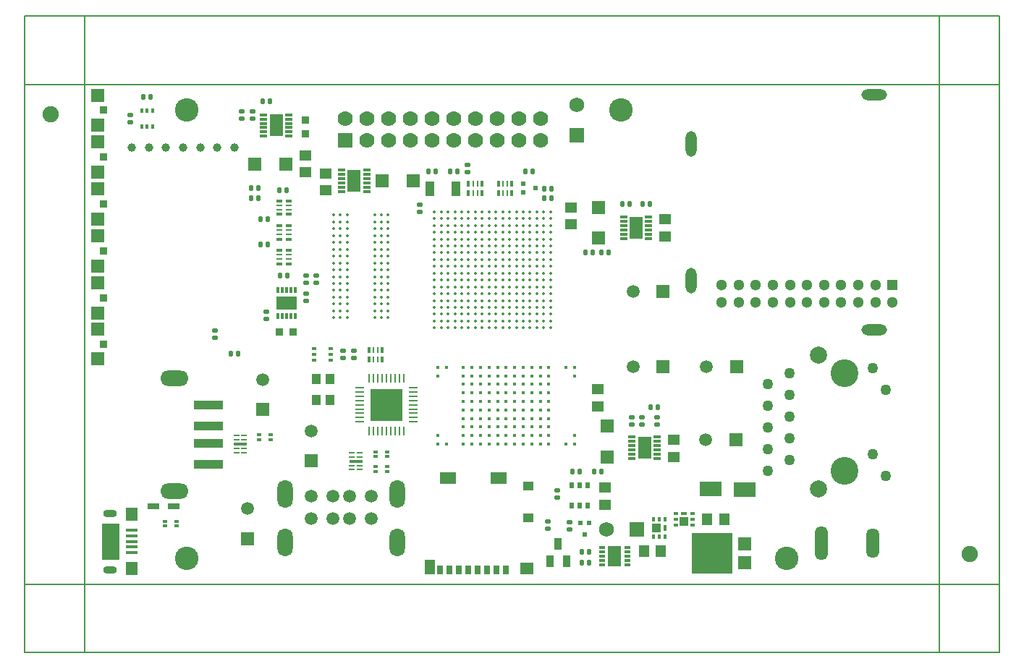
<source format=gts>
G04 Layer_Color=8388736*
%FSLAX25Y25*%
%MOIN*%
G70*
G01*
G75*
G04:AMPARAMS|DCode=10|XSize=18.7mil|YSize=25mil|CornerRadius=4.68mil|HoleSize=0mil|Usage=FLASHONLY|Rotation=90.000|XOffset=0mil|YOffset=0mil|HoleType=Round|Shape=RoundedRectangle|*
%AMROUNDEDRECTD10*
21,1,0.01870,0.01565,0,0,90.0*
21,1,0.00935,0.02500,0,0,90.0*
1,1,0.00935,0.00783,0.00468*
1,1,0.00935,0.00783,-0.00468*
1,1,0.00935,-0.00783,-0.00468*
1,1,0.00935,-0.00783,0.00468*
%
%ADD10ROUNDEDRECTD10*%
G04:AMPARAMS|DCode=11|XSize=18.7mil|YSize=25mil|CornerRadius=4.68mil|HoleSize=0mil|Usage=FLASHONLY|Rotation=0.000|XOffset=0mil|YOffset=0mil|HoleType=Round|Shape=RoundedRectangle|*
%AMROUNDEDRECTD11*
21,1,0.01870,0.01565,0,0,0.0*
21,1,0.00935,0.02500,0,0,0.0*
1,1,0.00935,0.00468,-0.00783*
1,1,0.00935,-0.00468,-0.00783*
1,1,0.00935,-0.00468,0.00783*
1,1,0.00935,0.00468,0.00783*
%
%ADD11ROUNDEDRECTD11*%
%ADD12R,0.02362X0.01654*%
%ADD13R,0.05906X0.05906*%
%ADD14R,0.03543X0.03543*%
%ADD15R,0.05315X0.05000*%
%ADD16R,0.03500X0.03500*%
%ADD17R,0.03937X0.03937*%
%ADD18R,0.01575X0.01969*%
%ADD19R,0.01575X0.02559*%
%ADD20R,0.02362X0.01181*%
%ADD21R,0.02953X0.04331*%
%ADD22R,0.04606X0.07087*%
%ADD23R,0.06102X0.05315*%
%ADD24R,0.04724X0.04331*%
%ADD25R,0.07480X0.05315*%
%ADD26C,0.03500*%
%ADD27R,0.05512X0.06299*%
%ADD28R,0.05669X0.06299*%
%ADD29R,0.07874X0.07874*%
%ADD30R,0.05315X0.01575*%
%ADD31R,0.13780X0.04409*%
%ADD32R,0.03500X0.03500*%
%ADD33R,0.05000X0.05315*%
%ADD34R,0.02658X0.00787*%
%ADD35R,0.06102X0.01575*%
%ADD36R,0.05315X0.02559*%
%ADD37R,0.06299X0.05906*%
%ADD38R,0.18898X0.18898*%
%ADD39R,0.03543X0.05512*%
%ADD40R,0.01969X0.01969*%
%ADD41R,0.05906X0.05906*%
%ADD42R,0.01969X0.01969*%
%ADD43R,0.03937X0.03937*%
%ADD44R,0.01969X0.01575*%
%ADD45R,0.02559X0.01575*%
%ADD46R,0.02500X0.01500*%
%ADD47R,0.02500X0.01100*%
%ADD48R,0.01500X0.02500*%
%ADD49R,0.01100X0.02500*%
%ADD50R,0.09843X0.06890*%
%ADD51C,0.01378*%
%ADD52C,0.01772*%
%ADD53R,0.01181X0.03150*%
%ADD54R,0.09370X0.06496*%
%ADD55R,0.06299X0.10236*%
%ADD56R,0.03347X0.01181*%
%ADD57R,0.03150X0.01181*%
%ADD58R,0.06496X0.09370*%
%ADD59R,0.01654X0.02362*%
%ADD60R,0.01102X0.03937*%
%ADD61R,0.14764X0.14764*%
%ADD62R,0.03937X0.01102*%
%ADD63R,0.02165X0.03150*%
%ADD64R,0.03937X0.06890*%
%ADD65R,0.04331X0.05118*%
%ADD115C,0.00500*%
%ADD116C,0.03937*%
%ADD117C,0.10827*%
%ADD118O,0.05906X0.15748*%
%ADD119O,0.05906X0.13780*%
%ADD120O,0.05118X0.11811*%
%ADD121O,0.11811X0.05118*%
%ADD122C,0.05118*%
%ADD123R,0.05118X0.05118*%
%ADD124O,0.06299X0.03543*%
%ADD125O,0.12992X0.07087*%
%ADD126C,0.05000*%
%ADD127C,0.07874*%
%ADD128C,0.12795*%
%ADD129C,0.05906*%
%ADD130O,0.07087X0.12992*%
%ADD131C,0.06890*%
%ADD132R,0.06890X0.06890*%
%ADD133R,0.07000X0.07000*%
%ADD134C,0.07000*%
%ADD135R,0.06890X0.06890*%
%ADD233C,0.07500*%
%ADD234R,0.08268X0.16535*%
D10*
X-175984Y212795D02*
D03*
Y216142D02*
D03*
X-113386Y122343D02*
D03*
Y125689D02*
D03*
X-90158Y138878D02*
D03*
Y142224D02*
D03*
X-124409Y214469D02*
D03*
Y217815D02*
D03*
X-72835Y104232D02*
D03*
Y107579D02*
D03*
X-94882Y130610D02*
D03*
Y133957D02*
D03*
Y138878D02*
D03*
Y142224D02*
D03*
X-42520Y171555D02*
D03*
Y174902D02*
D03*
X20866Y40059D02*
D03*
Y43406D02*
D03*
X55118Y73524D02*
D03*
Y76870D02*
D03*
X59842D02*
D03*
Y73524D02*
D03*
X66929Y76870D02*
D03*
Y73524D02*
D03*
X-119685Y217815D02*
D03*
Y214469D02*
D03*
X16535Y25492D02*
D03*
Y28839D02*
D03*
X-77953Y104232D02*
D03*
Y107579D02*
D03*
X26378Y28445D02*
D03*
Y25098D02*
D03*
X-137008Y117028D02*
D03*
Y113681D02*
D03*
X-20472Y190059D02*
D03*
Y193405D02*
D03*
D11*
X14862Y177953D02*
D03*
X18209D02*
D03*
X-129626Y106201D02*
D03*
X-126279D02*
D03*
X-38681Y190157D02*
D03*
X-35335D02*
D03*
X-25098D02*
D03*
X-28445D02*
D03*
X-106791Y142126D02*
D03*
X-103445D02*
D03*
X-112500Y168110D02*
D03*
X-115847D02*
D03*
X-112500Y156693D02*
D03*
X-115847D02*
D03*
X-107185Y181496D02*
D03*
X-103839D02*
D03*
X37106Y152756D02*
D03*
X33760D02*
D03*
X31201Y51968D02*
D03*
X27854D02*
D03*
X-116831Y177953D02*
D03*
X-120177D02*
D03*
X9547Y190157D02*
D03*
X6201D02*
D03*
X14862Y182283D02*
D03*
X18209D02*
D03*
X32185Y14961D02*
D03*
X35531D02*
D03*
X32185Y9843D02*
D03*
X35531D02*
D03*
X44587Y152756D02*
D03*
X41240D02*
D03*
X50689Y175197D02*
D03*
X54035D02*
D03*
X60138D02*
D03*
X63484D02*
D03*
X41043Y51968D02*
D03*
X37697D02*
D03*
X-120177Y182677D02*
D03*
X-116831D02*
D03*
X-115059Y222441D02*
D03*
X-111713D02*
D03*
X63681Y81496D02*
D03*
X67028D02*
D03*
X-166437Y224410D02*
D03*
X-169783D02*
D03*
D12*
X-91142Y103347D02*
D03*
Y105905D02*
D03*
Y108465D02*
D03*
X-83661D02*
D03*
Y105905D02*
D03*
X-83661Y103347D02*
D03*
D13*
X-190945Y117520D02*
D03*
X-190847Y103740D02*
D03*
X-190945Y138779D02*
D03*
X-190846Y125000D02*
D03*
X-190945Y160433D02*
D03*
X-190846Y146653D02*
D03*
X-190945Y182087D02*
D03*
X-190846Y168307D02*
D03*
X-190945Y203740D02*
D03*
X-190846Y189961D02*
D03*
Y211614D02*
D03*
X-190945Y225394D02*
D03*
X-59842Y185827D02*
D03*
X-45669D02*
D03*
X-118504Y193701D02*
D03*
X-104331D02*
D03*
X102953Y66535D02*
D03*
X69488Y135039D02*
D03*
Y100394D02*
D03*
X103347D02*
D03*
D14*
X-188386Y110630D02*
D03*
X-188386Y131890D02*
D03*
Y153543D02*
D03*
Y175197D02*
D03*
Y196850D02*
D03*
Y218504D02*
D03*
D15*
X70473Y160236D02*
D03*
Y168110D02*
D03*
X74410Y58661D02*
D03*
Y66535D02*
D03*
X39370Y81890D02*
D03*
Y89764D02*
D03*
X-85827Y189370D02*
D03*
Y181496D02*
D03*
X-95276Y189764D02*
D03*
Y197638D02*
D03*
X42913Y44488D02*
D03*
Y36614D02*
D03*
X27165Y173622D02*
D03*
Y165748D02*
D03*
D16*
X-95276Y207480D02*
D03*
Y213779D02*
D03*
D17*
X66535Y25984D02*
D03*
D18*
X70276Y29921D02*
D03*
Y22047D02*
D03*
X67716D02*
D03*
X65158Y29921D02*
D03*
X67716D02*
D03*
X65158Y22047D02*
D03*
D19*
X70276Y25984D02*
D03*
D20*
X-57578Y54233D02*
D03*
X-62894Y54232D02*
D03*
Y52067D02*
D03*
X-57579D02*
D03*
Y58760D02*
D03*
X-62894D02*
D03*
Y60925D02*
D03*
X-57578Y60926D02*
D03*
X-159744Y29035D02*
D03*
X-159745Y26870D02*
D03*
X-154429Y29035D02*
D03*
Y26870D02*
D03*
X-111122Y66634D02*
D03*
X-116437D02*
D03*
Y68799D02*
D03*
X-111122Y68800D02*
D03*
D21*
X-2756Y6693D02*
D03*
X-7087D02*
D03*
X-11417D02*
D03*
X-15748D02*
D03*
X-20079D02*
D03*
X-24409D02*
D03*
X-28740D02*
D03*
X-33071D02*
D03*
D22*
X-37795Y8071D02*
D03*
D23*
X6791Y7185D02*
D03*
D24*
X7283Y30709D02*
D03*
Y45079D02*
D03*
D25*
X-29429Y48819D02*
D03*
X-6102D02*
D03*
D26*
X210630Y13779D02*
D03*
X-212598Y216535D02*
D03*
D27*
X-175394Y7087D02*
D03*
D28*
Y32283D02*
D03*
D29*
X-184744Y15551D02*
D03*
Y23819D02*
D03*
D30*
X-175197Y14567D02*
D03*
Y17126D02*
D03*
Y24803D02*
D03*
Y22244D02*
D03*
Y19685D02*
D03*
D31*
X-139764Y82677D02*
D03*
Y72835D02*
D03*
Y64961D02*
D03*
Y55118D02*
D03*
D32*
X-107087Y116142D02*
D03*
X-100787D02*
D03*
D33*
X60630Y15354D02*
D03*
X68504D02*
D03*
X89764Y29921D02*
D03*
X97638D02*
D03*
D34*
X-70276Y52756D02*
D03*
Y54724D02*
D03*
Y58661D02*
D03*
Y60630D02*
D03*
X-73819D02*
D03*
Y58661D02*
D03*
Y54724D02*
D03*
Y52756D02*
D03*
X-126969Y60630D02*
D03*
Y62598D02*
D03*
Y68504D02*
D03*
Y66535D02*
D03*
X-123425D02*
D03*
Y68504D02*
D03*
Y62598D02*
D03*
Y60630D02*
D03*
D35*
X-72047Y56693D02*
D03*
X-125197Y64567D02*
D03*
D36*
X-165354Y35827D02*
D03*
X-155905D02*
D03*
D37*
X107087Y18504D02*
D03*
Y9843D02*
D03*
D38*
X92126Y14173D02*
D03*
D39*
X21260Y18602D02*
D03*
X17323Y10630D02*
D03*
X25197D02*
D03*
D40*
X5118Y184646D02*
D03*
Y180709D02*
D03*
X10630Y182677D02*
D03*
D41*
X39764Y159449D02*
D03*
Y173622D02*
D03*
X43701Y58661D02*
D03*
Y72835D02*
D03*
X-122047Y21063D02*
D03*
X-92520Y56890D02*
D03*
X-114961Y80512D02*
D03*
D42*
X35433Y28346D02*
D03*
X31496D02*
D03*
X33465Y22835D02*
D03*
D43*
X79232Y28740D02*
D03*
D44*
X75295Y32480D02*
D03*
X83169D02*
D03*
Y29921D02*
D03*
X75295Y27362D02*
D03*
Y29921D02*
D03*
X83169Y27362D02*
D03*
D45*
X79232Y32480D02*
D03*
D46*
X-102953Y170472D02*
D03*
Y176673D02*
D03*
X-107283D02*
D03*
Y170472D02*
D03*
X-102953Y147638D02*
D03*
Y153839D02*
D03*
X-107283D02*
D03*
Y147638D02*
D03*
X-102953Y159055D02*
D03*
Y165256D02*
D03*
X-107283D02*
D03*
Y159055D02*
D03*
D47*
X-102953Y172638D02*
D03*
Y174606D02*
D03*
X-107283D02*
D03*
Y172638D02*
D03*
X-102953Y149803D02*
D03*
Y151772D02*
D03*
X-107283D02*
D03*
Y149803D02*
D03*
X-102953Y161221D02*
D03*
Y163189D02*
D03*
X-107283D02*
D03*
Y161221D02*
D03*
D48*
X-20079Y180118D02*
D03*
X-13878D02*
D03*
Y184449D02*
D03*
X-20079D02*
D03*
X-6299Y180118D02*
D03*
X-98D02*
D03*
Y184449D02*
D03*
X-6299D02*
D03*
X-59842Y107996D02*
D03*
X-66043D02*
D03*
Y103665D02*
D03*
X-59842D02*
D03*
D49*
X-17913Y180118D02*
D03*
X-15945D02*
D03*
Y184449D02*
D03*
X-17913D02*
D03*
X-4134Y180118D02*
D03*
X-2165D02*
D03*
Y184449D02*
D03*
X-4134D02*
D03*
X-62008Y107996D02*
D03*
X-63976D02*
D03*
Y103665D02*
D03*
X-62008D02*
D03*
D50*
X107087Y43701D02*
D03*
X91339Y43799D02*
D03*
D51*
X-35827Y171654D02*
D03*
Y168504D02*
D03*
Y165354D02*
D03*
Y162205D02*
D03*
Y159055D02*
D03*
Y155905D02*
D03*
Y152756D02*
D03*
Y149606D02*
D03*
Y146457D02*
D03*
Y143307D02*
D03*
Y140157D02*
D03*
Y137008D02*
D03*
Y133858D02*
D03*
Y127559D02*
D03*
Y124409D02*
D03*
Y121260D02*
D03*
X-32677Y171654D02*
D03*
Y168504D02*
D03*
Y165354D02*
D03*
Y162205D02*
D03*
Y159055D02*
D03*
Y155905D02*
D03*
Y152756D02*
D03*
Y149606D02*
D03*
Y146457D02*
D03*
Y143307D02*
D03*
Y140157D02*
D03*
Y137008D02*
D03*
Y133858D02*
D03*
Y127559D02*
D03*
Y124409D02*
D03*
Y121260D02*
D03*
X-29528Y171654D02*
D03*
Y168504D02*
D03*
Y165354D02*
D03*
Y162205D02*
D03*
Y159055D02*
D03*
Y155905D02*
D03*
Y152756D02*
D03*
Y149606D02*
D03*
Y146457D02*
D03*
Y143307D02*
D03*
Y140157D02*
D03*
Y137008D02*
D03*
Y133858D02*
D03*
Y130709D02*
D03*
Y127559D02*
D03*
Y124409D02*
D03*
Y121260D02*
D03*
X-26378Y171654D02*
D03*
Y168504D02*
D03*
Y165354D02*
D03*
Y162205D02*
D03*
Y159055D02*
D03*
Y155905D02*
D03*
Y152756D02*
D03*
Y149606D02*
D03*
Y146457D02*
D03*
Y143307D02*
D03*
Y140157D02*
D03*
Y137008D02*
D03*
Y133858D02*
D03*
Y130709D02*
D03*
Y127559D02*
D03*
Y124409D02*
D03*
Y121260D02*
D03*
X-23228Y171654D02*
D03*
Y168504D02*
D03*
Y165354D02*
D03*
Y162205D02*
D03*
Y159055D02*
D03*
Y155905D02*
D03*
Y152756D02*
D03*
Y149606D02*
D03*
Y146457D02*
D03*
Y143307D02*
D03*
Y140157D02*
D03*
Y137008D02*
D03*
Y133858D02*
D03*
Y130709D02*
D03*
Y127559D02*
D03*
Y124409D02*
D03*
Y121260D02*
D03*
X-20079Y171654D02*
D03*
Y168504D02*
D03*
Y165354D02*
D03*
Y162205D02*
D03*
Y159055D02*
D03*
Y155905D02*
D03*
Y152756D02*
D03*
Y149606D02*
D03*
Y146457D02*
D03*
Y143307D02*
D03*
Y140157D02*
D03*
Y137008D02*
D03*
Y133858D02*
D03*
Y130709D02*
D03*
Y127559D02*
D03*
Y124409D02*
D03*
Y121260D02*
D03*
X-16929Y171654D02*
D03*
Y168504D02*
D03*
Y165354D02*
D03*
Y162205D02*
D03*
Y159055D02*
D03*
Y155905D02*
D03*
Y152756D02*
D03*
Y149606D02*
D03*
Y146457D02*
D03*
Y143307D02*
D03*
Y140157D02*
D03*
Y137008D02*
D03*
Y133858D02*
D03*
Y130709D02*
D03*
Y127559D02*
D03*
Y124409D02*
D03*
Y121260D02*
D03*
X-13780Y171654D02*
D03*
Y168504D02*
D03*
Y165354D02*
D03*
Y162205D02*
D03*
Y159055D02*
D03*
Y155905D02*
D03*
Y152756D02*
D03*
Y149606D02*
D03*
Y146457D02*
D03*
Y143307D02*
D03*
Y140157D02*
D03*
Y137008D02*
D03*
Y133858D02*
D03*
Y130709D02*
D03*
Y127559D02*
D03*
Y124409D02*
D03*
Y121260D02*
D03*
X-10630Y171654D02*
D03*
Y168504D02*
D03*
Y165354D02*
D03*
Y162205D02*
D03*
Y159055D02*
D03*
Y155905D02*
D03*
Y152756D02*
D03*
Y149606D02*
D03*
Y146457D02*
D03*
Y143307D02*
D03*
Y140157D02*
D03*
Y137008D02*
D03*
Y133858D02*
D03*
Y130709D02*
D03*
Y127559D02*
D03*
Y124409D02*
D03*
Y121260D02*
D03*
X-7480Y171654D02*
D03*
Y168504D02*
D03*
Y165354D02*
D03*
Y162205D02*
D03*
Y159055D02*
D03*
Y155905D02*
D03*
Y152756D02*
D03*
Y149606D02*
D03*
Y146457D02*
D03*
Y143307D02*
D03*
Y140157D02*
D03*
Y137008D02*
D03*
Y133858D02*
D03*
Y130709D02*
D03*
Y127559D02*
D03*
Y124409D02*
D03*
Y121260D02*
D03*
X-4331Y171654D02*
D03*
Y168504D02*
D03*
Y165354D02*
D03*
Y162205D02*
D03*
Y159055D02*
D03*
Y155905D02*
D03*
Y152756D02*
D03*
Y149606D02*
D03*
Y146457D02*
D03*
Y143307D02*
D03*
Y140157D02*
D03*
Y137008D02*
D03*
Y133858D02*
D03*
Y130709D02*
D03*
Y127559D02*
D03*
Y124409D02*
D03*
Y121260D02*
D03*
X-1181Y171654D02*
D03*
Y168504D02*
D03*
Y165354D02*
D03*
Y162205D02*
D03*
Y159055D02*
D03*
Y155905D02*
D03*
Y152756D02*
D03*
Y149606D02*
D03*
Y146457D02*
D03*
Y143307D02*
D03*
Y140157D02*
D03*
Y137008D02*
D03*
Y133858D02*
D03*
Y130709D02*
D03*
Y127559D02*
D03*
Y124409D02*
D03*
Y121260D02*
D03*
X1969Y171654D02*
D03*
Y168504D02*
D03*
Y165354D02*
D03*
Y162205D02*
D03*
Y159055D02*
D03*
Y155905D02*
D03*
Y152756D02*
D03*
Y149606D02*
D03*
Y146457D02*
D03*
Y143307D02*
D03*
Y140157D02*
D03*
Y137008D02*
D03*
Y133858D02*
D03*
Y130709D02*
D03*
Y127559D02*
D03*
Y124409D02*
D03*
Y121260D02*
D03*
X5118Y171654D02*
D03*
Y168504D02*
D03*
Y165354D02*
D03*
Y162205D02*
D03*
Y159055D02*
D03*
Y155905D02*
D03*
Y152756D02*
D03*
Y149606D02*
D03*
Y146457D02*
D03*
Y143307D02*
D03*
Y140157D02*
D03*
Y137008D02*
D03*
Y133858D02*
D03*
Y130709D02*
D03*
Y127559D02*
D03*
Y124409D02*
D03*
Y121260D02*
D03*
X8268Y171654D02*
D03*
Y168504D02*
D03*
Y165354D02*
D03*
Y162205D02*
D03*
Y159055D02*
D03*
Y155905D02*
D03*
Y152756D02*
D03*
Y149606D02*
D03*
Y146457D02*
D03*
Y143307D02*
D03*
Y140157D02*
D03*
Y137008D02*
D03*
Y133858D02*
D03*
Y130709D02*
D03*
Y127559D02*
D03*
Y124409D02*
D03*
Y121260D02*
D03*
X11417Y171654D02*
D03*
Y168504D02*
D03*
Y165354D02*
D03*
Y162205D02*
D03*
Y159055D02*
D03*
Y155905D02*
D03*
Y152756D02*
D03*
Y149606D02*
D03*
Y146457D02*
D03*
Y143307D02*
D03*
Y140157D02*
D03*
Y137008D02*
D03*
Y133858D02*
D03*
Y130709D02*
D03*
Y127559D02*
D03*
Y124409D02*
D03*
Y121260D02*
D03*
X14567Y171654D02*
D03*
Y168504D02*
D03*
Y165354D02*
D03*
Y162205D02*
D03*
Y159055D02*
D03*
Y155905D02*
D03*
Y152756D02*
D03*
Y149606D02*
D03*
Y146457D02*
D03*
Y143307D02*
D03*
Y140157D02*
D03*
Y137008D02*
D03*
Y133858D02*
D03*
Y130709D02*
D03*
Y127559D02*
D03*
Y124409D02*
D03*
Y121260D02*
D03*
Y118110D02*
D03*
X11417D02*
D03*
X8268D02*
D03*
X5118D02*
D03*
X1969D02*
D03*
X-1181D02*
D03*
X-4331D02*
D03*
X-7480D02*
D03*
X-10630D02*
D03*
X-13780D02*
D03*
X-16929D02*
D03*
X-20079D02*
D03*
X-23228D02*
D03*
X-26378D02*
D03*
X-29528D02*
D03*
X-32677D02*
D03*
X-35827D02*
D03*
X17717D02*
D03*
Y121260D02*
D03*
Y124409D02*
D03*
Y127559D02*
D03*
Y130709D02*
D03*
Y133858D02*
D03*
Y137008D02*
D03*
Y140157D02*
D03*
Y143307D02*
D03*
Y146457D02*
D03*
Y149606D02*
D03*
Y152756D02*
D03*
Y155905D02*
D03*
Y159055D02*
D03*
Y162205D02*
D03*
Y165354D02*
D03*
Y168504D02*
D03*
Y171654D02*
D03*
X-32677Y130709D02*
D03*
X-35827D02*
D03*
X-82284Y170079D02*
D03*
Y166929D02*
D03*
Y163779D02*
D03*
Y160630D02*
D03*
Y157480D02*
D03*
Y154331D02*
D03*
Y151181D02*
D03*
Y148031D02*
D03*
Y144882D02*
D03*
Y141732D02*
D03*
Y138583D02*
D03*
Y135433D02*
D03*
Y132283D02*
D03*
Y129134D02*
D03*
Y125984D02*
D03*
Y122835D02*
D03*
X-79134Y170079D02*
D03*
Y166929D02*
D03*
Y163779D02*
D03*
Y160630D02*
D03*
Y157480D02*
D03*
Y154331D02*
D03*
Y151181D02*
D03*
Y148031D02*
D03*
Y144882D02*
D03*
Y141732D02*
D03*
Y138583D02*
D03*
Y135433D02*
D03*
Y132283D02*
D03*
Y129134D02*
D03*
Y125984D02*
D03*
Y122835D02*
D03*
X-75984Y170079D02*
D03*
Y166929D02*
D03*
Y163779D02*
D03*
Y160630D02*
D03*
Y157480D02*
D03*
Y154331D02*
D03*
Y151181D02*
D03*
Y148031D02*
D03*
Y144882D02*
D03*
Y141732D02*
D03*
Y138583D02*
D03*
Y135433D02*
D03*
Y132283D02*
D03*
Y129134D02*
D03*
Y125984D02*
D03*
Y122835D02*
D03*
X-63386Y170079D02*
D03*
Y166929D02*
D03*
Y163779D02*
D03*
Y160630D02*
D03*
Y157480D02*
D03*
Y154331D02*
D03*
Y151181D02*
D03*
Y148031D02*
D03*
Y144882D02*
D03*
Y141732D02*
D03*
Y138583D02*
D03*
Y135433D02*
D03*
Y132283D02*
D03*
Y129134D02*
D03*
Y125984D02*
D03*
Y122835D02*
D03*
X-60236Y170079D02*
D03*
Y166929D02*
D03*
Y163779D02*
D03*
Y160630D02*
D03*
Y157480D02*
D03*
Y154331D02*
D03*
Y151181D02*
D03*
Y148031D02*
D03*
Y144882D02*
D03*
Y141732D02*
D03*
Y138583D02*
D03*
Y135433D02*
D03*
Y132283D02*
D03*
Y129134D02*
D03*
Y125984D02*
D03*
Y122835D02*
D03*
X-57087Y170079D02*
D03*
Y166929D02*
D03*
Y163779D02*
D03*
Y160630D02*
D03*
Y157480D02*
D03*
Y154331D02*
D03*
Y151181D02*
D03*
Y148031D02*
D03*
Y144882D02*
D03*
Y141732D02*
D03*
Y138583D02*
D03*
Y135433D02*
D03*
Y132283D02*
D03*
Y129134D02*
D03*
Y125984D02*
D03*
Y122835D02*
D03*
D52*
X-34252Y64567D02*
D03*
X-30315D02*
D03*
X-22441D02*
D03*
X-18504D02*
D03*
X-14567D02*
D03*
X-10630D02*
D03*
X-6693D02*
D03*
X-2756D02*
D03*
X1181D02*
D03*
X5118D02*
D03*
X9055D02*
D03*
X12992D02*
D03*
X16929D02*
D03*
X24803D02*
D03*
X28740D02*
D03*
X-34252Y68504D02*
D03*
X-22441D02*
D03*
X-18504D02*
D03*
X-14567D02*
D03*
X-10630D02*
D03*
X-6693D02*
D03*
X-2756D02*
D03*
X1181D02*
D03*
X5118D02*
D03*
X9055D02*
D03*
X12992D02*
D03*
X16929D02*
D03*
X28740D02*
D03*
X-22441Y72441D02*
D03*
X-18504D02*
D03*
X-14567D02*
D03*
X-10630D02*
D03*
X-6693D02*
D03*
X-2756D02*
D03*
X1181D02*
D03*
X5118D02*
D03*
X9055D02*
D03*
X12992D02*
D03*
X16929D02*
D03*
X-22441Y76378D02*
D03*
X-18504D02*
D03*
X-14567D02*
D03*
X-10630D02*
D03*
X-6693D02*
D03*
X-2756D02*
D03*
X1181D02*
D03*
X5118D02*
D03*
X9055D02*
D03*
X12992D02*
D03*
X16929D02*
D03*
X-22441Y80315D02*
D03*
X-18504D02*
D03*
X-14567D02*
D03*
X-10630D02*
D03*
X-6693D02*
D03*
X-2756D02*
D03*
X1181D02*
D03*
X5118D02*
D03*
X9055D02*
D03*
X12992D02*
D03*
X16929D02*
D03*
X-22441Y84252D02*
D03*
X-18504D02*
D03*
X-14567D02*
D03*
X-10630D02*
D03*
X-6693D02*
D03*
X-2756D02*
D03*
X1181D02*
D03*
X5118D02*
D03*
X9055D02*
D03*
X12992D02*
D03*
X16929D02*
D03*
X-22441Y88189D02*
D03*
X-18504D02*
D03*
X-14567D02*
D03*
X-10630D02*
D03*
X-6693D02*
D03*
X-2756D02*
D03*
X1181D02*
D03*
X5118D02*
D03*
X9055D02*
D03*
X12992D02*
D03*
X16929D02*
D03*
X-22441Y92126D02*
D03*
X-18504D02*
D03*
X-14567D02*
D03*
X-10630D02*
D03*
X-6693D02*
D03*
X-2756D02*
D03*
X1181D02*
D03*
X5118D02*
D03*
X9055D02*
D03*
X12992D02*
D03*
X16929D02*
D03*
X-34252Y96063D02*
D03*
X-22441D02*
D03*
X-18504D02*
D03*
X-14567D02*
D03*
X-10630D02*
D03*
X-6693D02*
D03*
X-2756D02*
D03*
X1181D02*
D03*
X5118D02*
D03*
X9055D02*
D03*
X12992D02*
D03*
X16929D02*
D03*
X-34252Y100000D02*
D03*
X-30315D02*
D03*
X-22441D02*
D03*
X-18504D02*
D03*
X-14567D02*
D03*
X-10630D02*
D03*
X-6693D02*
D03*
X-2756D02*
D03*
X1181D02*
D03*
X5118D02*
D03*
X9055D02*
D03*
X12992D02*
D03*
X16929D02*
D03*
X24803D02*
D03*
X28740D02*
D03*
Y96063D02*
D03*
D53*
X-107874Y135433D02*
D03*
X-105905D02*
D03*
X-103937D02*
D03*
X-101969D02*
D03*
X-100000D02*
D03*
Y123622D02*
D03*
X-101969D02*
D03*
X-103937D02*
D03*
X-105905D02*
D03*
X-107874D02*
D03*
D54*
X-103937Y129528D02*
D03*
D55*
X57087Y164173D02*
D03*
X61024Y62992D02*
D03*
X-72835Y185827D02*
D03*
X-108661Y211417D02*
D03*
D56*
X51279Y169095D02*
D03*
Y167126D02*
D03*
Y165157D02*
D03*
Y163189D02*
D03*
Y161221D02*
D03*
Y159252D02*
D03*
X62845Y159252D02*
D03*
Y161221D02*
D03*
Y163189D02*
D03*
Y165157D02*
D03*
Y167126D02*
D03*
Y169095D02*
D03*
X55216Y67913D02*
D03*
Y65945D02*
D03*
Y63976D02*
D03*
Y62008D02*
D03*
Y60039D02*
D03*
Y58071D02*
D03*
X66782Y58071D02*
D03*
Y60039D02*
D03*
Y62008D02*
D03*
Y63976D02*
D03*
Y65945D02*
D03*
Y67913D02*
D03*
X-67028Y180905D02*
D03*
Y182874D02*
D03*
Y184843D02*
D03*
Y186811D02*
D03*
Y188779D02*
D03*
Y190748D02*
D03*
X-78592Y190748D02*
D03*
Y188779D02*
D03*
Y186811D02*
D03*
Y184843D02*
D03*
Y182874D02*
D03*
Y180905D02*
D03*
X-114469Y216339D02*
D03*
Y214370D02*
D03*
Y212402D02*
D03*
Y210433D02*
D03*
Y208465D02*
D03*
Y206496D02*
D03*
X-102903Y206496D02*
D03*
Y208465D02*
D03*
Y210433D02*
D03*
Y212402D02*
D03*
Y214370D02*
D03*
Y216339D02*
D03*
D57*
X53150Y16929D02*
D03*
Y14961D02*
D03*
Y12992D02*
D03*
Y11024D02*
D03*
Y9055D02*
D03*
X41339D02*
D03*
Y11024D02*
D03*
Y12992D02*
D03*
Y14961D02*
D03*
Y16929D02*
D03*
D58*
X47244Y12992D02*
D03*
D59*
X-170669Y218307D02*
D03*
X-168110D02*
D03*
X-165551D02*
D03*
Y210827D02*
D03*
X-168110D02*
D03*
X-170669Y210827D02*
D03*
D60*
X-51968Y70473D02*
D03*
X-53937D02*
D03*
X-55905D02*
D03*
X-57874D02*
D03*
X-59842D02*
D03*
X-61811D02*
D03*
X-63779D02*
D03*
X-65748D02*
D03*
X-50000D02*
D03*
Y94882D02*
D03*
X-51968D02*
D03*
X-53937D02*
D03*
X-55905D02*
D03*
X-57874D02*
D03*
X-59842D02*
D03*
X-61811Y94882D02*
D03*
X-63779D02*
D03*
X-65748D02*
D03*
D61*
X-57874Y82677D02*
D03*
D62*
X-45669Y86614D02*
D03*
Y84646D02*
D03*
Y82677D02*
D03*
Y80709D02*
D03*
Y78740D02*
D03*
Y76772D02*
D03*
Y74803D02*
D03*
Y88583D02*
D03*
X-45669Y90551D02*
D03*
X-70079Y88583D02*
D03*
Y86614D02*
D03*
Y84646D02*
D03*
Y82677D02*
D03*
X-70079Y90551D02*
D03*
X-70079Y74803D02*
D03*
Y76772D02*
D03*
Y78740D02*
D03*
Y80709D02*
D03*
D63*
X31102Y36220D02*
D03*
X27362D02*
D03*
X34843D02*
D03*
Y45669D02*
D03*
X27362D02*
D03*
X31102D02*
D03*
D64*
X-37795Y182283D02*
D03*
X-25984D02*
D03*
D65*
X-90256Y85039D02*
D03*
Y94488D02*
D03*
X-83760D02*
D03*
Y85039D02*
D03*
D115*
X224409Y230315D02*
Y261811D01*
X-196851Y230315D02*
X196850D01*
Y261811D02*
X224409D01*
X196850Y230315D02*
X224410D01*
X196850D02*
Y261811D01*
X-196851Y230315D02*
X132283D01*
X-224409Y230315D02*
Y261811D01*
Y230315D02*
X-196850D01*
X-196850Y230315D02*
Y261811D01*
X-224410Y261811D02*
X-193307D01*
X-196851Y261811D02*
X196850D01*
X224410Y-31496D02*
Y-0D01*
X196851Y0D02*
X224410D01*
X224410Y0D01*
X196851Y-31496D02*
Y-0D01*
Y-31496D02*
X224410D01*
X224410Y0D02*
X224410Y-0D01*
X-224409Y-31496D02*
X-196850D01*
X-224409D02*
Y-0D01*
X-196850D01*
Y-31496D02*
Y-0D01*
Y-31496D02*
X196851D01*
X-196850Y0D02*
X196851D01*
X-224409Y250000D02*
X-224409Y-31496D01*
X196850Y250000D02*
X196851Y-19685D01*
X224410Y250000D02*
X224410Y-19685D01*
X-196850Y-31496D02*
Y250000D01*
D116*
X-151575Y201181D02*
D03*
X-159449D02*
D03*
X-127953D02*
D03*
X-135827D02*
D03*
X-143701D02*
D03*
X-167323D02*
D03*
X-175197D02*
D03*
D117*
X-150000Y11811D02*
D03*
X126378D02*
D03*
X50000Y218504D02*
D03*
X-150000D02*
D03*
D118*
X142520Y18898D02*
D03*
D119*
X166142D02*
D03*
D120*
X82480Y139961D02*
D03*
Y202953D02*
D03*
D121*
X166929Y225590D02*
D03*
Y117323D02*
D03*
D122*
X175197Y129921D02*
D03*
X112205Y137795D02*
D03*
Y129921D02*
D03*
X120079Y137795D02*
D03*
Y129921D02*
D03*
X127953Y137795D02*
D03*
Y129921D02*
D03*
X135827Y137795D02*
D03*
Y129921D02*
D03*
X143701Y137795D02*
D03*
Y129921D02*
D03*
X151575Y137795D02*
D03*
Y129921D02*
D03*
X159449Y137795D02*
D03*
Y129921D02*
D03*
X167323Y137795D02*
D03*
Y129921D02*
D03*
X104331D02*
D03*
Y137795D02*
D03*
X96457D02*
D03*
Y129921D02*
D03*
D123*
X175197Y137795D02*
D03*
D124*
X-185335Y6693D02*
D03*
Y32677D02*
D03*
D125*
X-155512Y42913D02*
D03*
Y94882D02*
D03*
D126*
X117913Y52244D02*
D03*
X127913Y57244D02*
D03*
X117913Y62244D02*
D03*
X127913Y67244D02*
D03*
X117913Y72244D02*
D03*
X127913Y77244D02*
D03*
X117913Y82244D02*
D03*
X127913Y87244D02*
D03*
X117913Y92244D02*
D03*
X127913Y97244D02*
D03*
X172244Y49902D02*
D03*
X166260Y59901D02*
D03*
X172244Y89705D02*
D03*
X166260Y99705D02*
D03*
D127*
X140945Y105571D02*
D03*
Y44035D02*
D03*
D128*
X152953Y97303D02*
D03*
Y52303D02*
D03*
D129*
X-64960Y40551D02*
D03*
X-74803D02*
D03*
X-82677D02*
D03*
X-92519D02*
D03*
X-64960Y30216D02*
D03*
X-74803D02*
D03*
X-82677D02*
D03*
X-92519D02*
D03*
X89173Y66535D02*
D03*
X-122047Y34843D02*
D03*
X-92520Y70669D02*
D03*
X55709Y135039D02*
D03*
Y100394D02*
D03*
X89567D02*
D03*
X-114961Y94291D02*
D03*
D130*
X-104724Y19390D02*
D03*
Y41634D02*
D03*
X-52756D02*
D03*
Y19390D02*
D03*
D131*
X29921Y220797D02*
D03*
X43376Y25197D02*
D03*
D132*
X29921Y206762D02*
D03*
D133*
X-76772Y204724D02*
D03*
D134*
X-66772D02*
D03*
X-56772D02*
D03*
X-46772D02*
D03*
X-36772D02*
D03*
X-26772D02*
D03*
X-16772D02*
D03*
X-6772D02*
D03*
X3228D02*
D03*
X13228D02*
D03*
X-76772Y214724D02*
D03*
X-66772D02*
D03*
X-56772D02*
D03*
X-46772D02*
D03*
X-36772D02*
D03*
X-26772D02*
D03*
X-16772D02*
D03*
X-6772D02*
D03*
X3228D02*
D03*
X13228D02*
D03*
D135*
X57411Y25197D02*
D03*
D233*
X210630Y13779D02*
D03*
X-212598Y216535D02*
D03*
D234*
X-184843Y19685D02*
D03*
M02*

</source>
